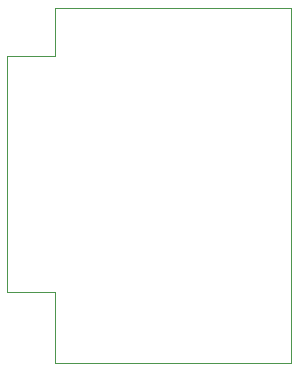
<source format=gbr>
%TF.GenerationSoftware,KiCad,Pcbnew,(5.1.8-0-10_14)*%
%TF.CreationDate,2020-11-21T07:35:44-07:00*%
%TF.ProjectId,Ellow,456c6c6f-772e-46b6-9963-61645f706362,rev?*%
%TF.SameCoordinates,Original*%
%TF.FileFunction,Profile,NP*%
%FSLAX46Y46*%
G04 Gerber Fmt 4.6, Leading zero omitted, Abs format (unit mm)*
G04 Created by KiCad (PCBNEW (5.1.8-0-10_14)) date 2020-11-21 07:35:44*
%MOMM*%
%LPD*%
G01*
G04 APERTURE LIST*
%TA.AperFunction,Profile*%
%ADD10C,0.050000*%
%TD*%
G04 APERTURE END LIST*
D10*
X245790000Y-118776000D02*
X248790000Y-118776000D01*
X248790000Y-88776000D02*
X245790000Y-88776000D01*
X248790000Y-118776000D02*
X248790000Y-88776000D01*
X224790000Y-92776000D02*
X224790000Y-112776000D01*
X228790000Y-92776000D02*
X224790000Y-92776000D01*
X228790000Y-88776000D02*
X228790000Y-92776000D01*
X245790000Y-88776000D02*
X228790000Y-88776000D01*
X228790000Y-118776000D02*
X245790000Y-118776000D01*
X228854000Y-112776000D02*
X228790000Y-118776000D01*
X224790000Y-112776000D02*
X228854000Y-112776000D01*
M02*

</source>
